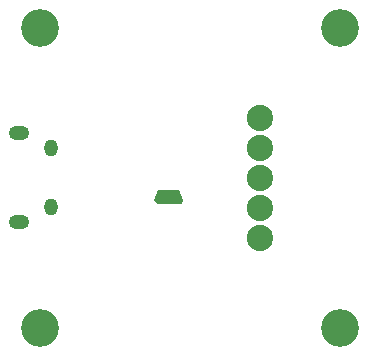
<source format=gbs>
G04 DipTrace 2.4.0.1*
%INinterface.backmask.gbs*%
%MOIN*%
%ADD31C,0.126*%
%ADD40C,0.0879*%
%ADD46O,0.0689X0.0472*%
%ADD48O,0.0453X0.0571*%
%FSLAX44Y44*%
G04*
G70*
G90*
G75*
G01*
%LNBotMask*%
%LPD*%
D48*
X5600Y11221D3*
Y9253D3*
D46*
X4537Y11713D3*
Y8761D3*
D40*
X12562Y12237D3*
Y11237D3*
Y10237D3*
Y9237D3*
Y8237D3*
G36*
X10002Y9507D2*
X9882Y9827D1*
X9162D1*
X9042Y9507D1*
X9122Y9347D1*
X9962D1*
D1*
X10002Y9507D1*
G37*
D31*
X15237Y15237D3*
X5237D3*
Y5237D3*
X15237D3*
M02*

</source>
